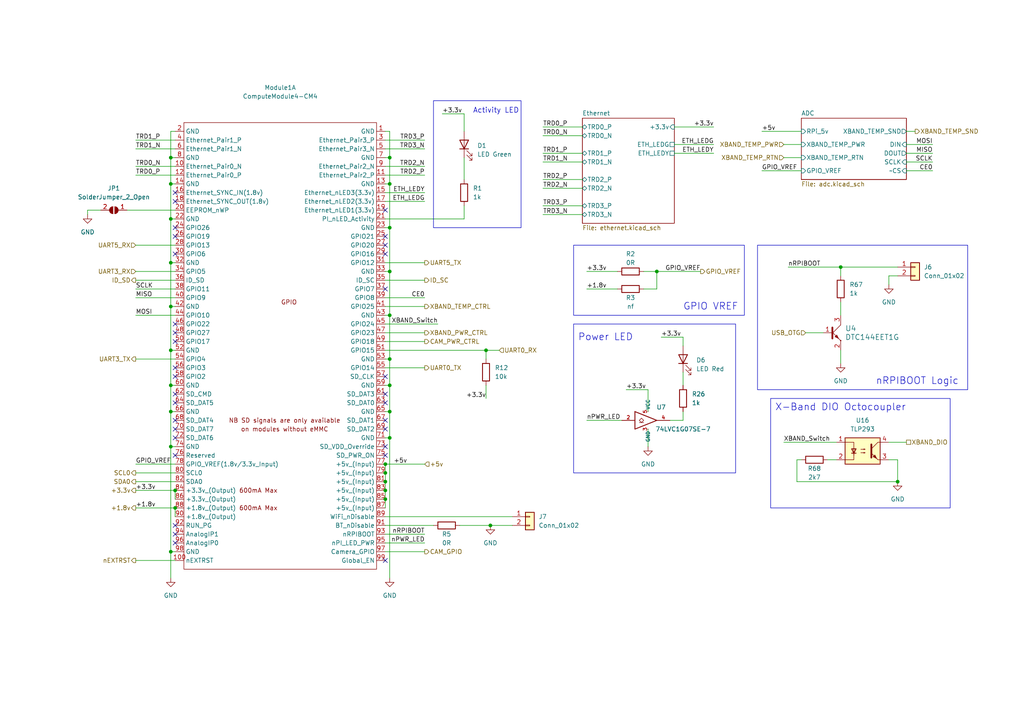
<source format=kicad_sch>
(kicad_sch (version 20230121) (generator eeschema)
  (paper "A4")
  (title_block (title "VERTECS CCB - CM4 GPIO Section") (date "2024-09-11") (rev "1.4") (company "Kyushu Institute of Technology") (comment 1 "See CM4 IO board datasheet for reference"))
  (lib_symbols
    (symbol "Connector_Generic:Conn_01x02" (pin_names (offset 1.016) hide)
      (property "Reference" "J" (at 0 2.54 0))
      (property "Value" "Conn_01x02" (at 0 -5.08 0))
      (symbol "Conn_01x02_1_1"
        (rectangle (start -1.27 -2.413) (end 0 -2.667) (stroke (width 0.1524)))
        (rectangle (start -1.27 0.127) (end 0 -0.127) (stroke (width 0.1524)))
        (rectangle (start -1.27 1.27) (end 1.27 -3.81) (stroke (width 0.254)) (fill (type background)))
        (pin passive line (at -5.08 0 0) (length 3.81) (name "Pin_1") (number "1"))
        (pin passive line (at -5.08 -2.54 0) (length 3.81) (name "Pin_2") (number "2"))
      )
    )
    (symbol "Device:LED" (pin_numbers hide) (pin_names (offset 1.016) hide)
      (property "Reference" "D" (at 0 2.54 0))
      (property "Value" "LED" (at 0 -2.54 0))
      (symbol "LED_0_1"
        (polyline (pts (xy -1.27 -1.27) (xy -1.27 1.27)) (stroke (width 0.254)))
        (polyline (pts (xy -1.27 0) (xy 1.27 0)))
        (polyline (pts (xy 1.27 -1.27) (xy 1.27 1.27) (xy -1.27 0) (xy 1.27 -1.27)) (stroke (width 0.254)))
        (polyline (pts (xy -3.048 -0.762) (xy -4.572 -2.286) (xy -3.81 -2.286) (xy -4.572 -2.286) (xy -4.572 -1.524)))
        (polyline (pts (xy -1.778 -0.762) (xy -3.302 -2.286) (xy -2.54 -2.286) (xy -3.302 -2.286) (xy -3.302 -1.524)))
      )
      (symbol "LED_1_1"
        (pin passive line (at -3.81 0 0) (length 2.54) (name "K") (number "1"))
        (pin passive line (at 3.81 0 180) (length 2.54) (name "A") (number "2"))
      )
    )
    (symbol "Device:R" (pin_numbers hide) (pin_names (offset 0))
      (property "Reference" "R" (at 2.032 0 90))
      (property "Value" "R" (at 0 0 90))
      (symbol "R_0_1"
        (rectangle (start -1.016 -2.54) (end 1.016 2.54) (stroke (width 0.254)))
      )
      (symbol "R_1_1"
        (pin passive line (at 0 3.81 270) (length 1.27) (name "~") (number "1"))
        (pin passive line (at 0 -3.81 90) (length 1.27) (name "~") (number "2"))
      )
    )
    (symbol "Jumper:SolderJumper_2_Open" (pin_names (offset 0) hide)
      (property "Reference" "JP" (at 0 2.032 0))
      (property "Value" "SolderJumper_2_Open" (at 0 -2.54 0))
      (symbol "SolderJumper_2_Open_0_1"
        (arc (start -0.254 1.016) (mid -1.2656 0) (end -0.254 -1.016))
        (arc (start -0.254 1.016) (mid -1.2656 0) (end -0.254 -1.016) (fill (type outline)))
        (polyline (pts (xy -0.254 1.016) (xy -0.254 -1.016)))
        (polyline (pts (xy 0.254 1.016) (xy 0.254 -1.016)))
        (arc (start 0.254 -1.016) (mid 1.2656 0) (end 0.254 1.016))
        (arc (start 0.254 -1.016) (mid 1.2656 0) (end 0.254 1.016) (fill (type outline)))
      )
      (symbol "SolderJumper_2_Open_1_1"
        (pin passive line (at -3.81 0 0) (length 2.54) (name "A") (number "1"))
        (pin passive line (at 3.81 0 180) (length 2.54) (name "B") (number "2"))
      )
    )
    (symbol "VERTECS_CCB_Library:74LVC1G07_copy"
      (property "Reference" "U" (at -2.54 3.81 0))
      (property "Value" "74LVC1G07_copy" (at 0 -3.81 0))
      (symbol "74LVC1G07_copy_0_1"
        (polyline (pts (xy -2.54 -0.635) (xy -1.27 -0.635)))
        (polyline (pts (xy -3.81 2.54) (xy -3.81 -2.54) (xy 2.54 0) (xy -3.81 2.54)) (stroke (width 0.254)))
        (polyline (pts (xy -1.905 0.635) (xy -2.54 0) (xy -1.905 -0.635) (xy -1.27 0) (xy -1.905 0.635)))
      )
      (symbol "74LVC1G07_copy_1_1"
        (pin input line (at -7.62 0 0) (length 3.81) (name "~") (number "2"))
        (pin power_in line (at 0 -2.54 270) (length 0) (name "GND") (number "3"))
        (pin open_collector line (at 6.35 0 180) (length 3.81) (name "~") (number "4"))
        (pin power_in line (at 0 2.54 90) (length 0) (name "VCC") (number "5"))
      )
    )
    (symbol "VERTECS_CCB_Library:ComputeModule4-CM4"
      (property "Reference" "Module" (at 113.03 -68.58 0))
      (property "Value" "ComputeModule4-CM4" (at 140.97 2.54 0))
      (property "Field4" "Hirose" (at 0 0 0))
      (property "Field5" "2x DF40C-100DS-0.4V" (at 0 -2.54 0))
      (symbol "ComputeModule4-CM4_1_0"
        (text "GPIO" (at 0 6.35 0) (effects (font (size 1.27 1.27))))
      )
      (symbol "ComputeModule4-CM4_1_1"
        (rectangle (start -30.48 -71.12) (end 25.4 58.42))
        (text "600mA Max" (at -8.89 -53.34 0) (effects (font (size 1.27 1.27))))
        (text "600mA Max" (at -8.89 -48.26 0) (effects (font (size 1.27 1.27))))
        (text "NB SD signals are only available" (at -1.27 -27.94 0) (effects (font (size 1.27 1.27))))
        (text "on modules without eMMC" (at -1.27 -30.48 0) (effects (font (size 1.27 1.27))))
        (pin power_in line (at 27.94 55.88 180) (length 2.54) (name "GND") (number "1"))
        (pin passive line (at -33.02 45.72 0) (length 2.54) (name "Ethernet_Pair0_N") (number "10"))
        (pin output line (at -33.02 -68.58 0) (length 2.54) (name "nEXTRST") (number "100"))
        (pin passive line (at 27.94 43.18 180) (length 2.54) (name "Ethernet_Pair2_P") (number "11"))
        (pin passive line (at -33.02 43.18 0) (length 2.54) (name "Ethernet_Pair0_P") (number "12"))
        (pin power_in line (at 27.94 40.64 180) (length 2.54) (name "GND") (number "13"))
        (pin power_in line (at -33.02 40.64 0) (length 2.54) (name "GND") (number "14"))
        (pin output line (at 27.94 38.1 180) (length 2.54) (name "Ethernet_nLED3(3.3v)") (number "15"))
        (pin input line (at -33.02 38.1 0) (length 2.54) (name "Ethernet_SYNC_IN(1.8v)") (number "16"))
        (pin output line (at 27.94 35.56 180) (length 2.54) (name "Ethernet_nLED2(3.3v)") (number "17"))
        (pin input line (at -33.02 35.56 0) (length 2.54) (name "Ethernet_SYNC_OUT(1.8v)") (number "18"))
        (pin output line (at 27.94 33.02 180) (length 2.54) (name "Ethernet_nLED1(3.3v)") (number "19"))
        (pin power_in line (at -33.02 55.88 0) (length 2.54) (name "GND") (number "2"))
        (pin passive line (at -33.02 33.02 0) (length 2.54) (name "EEPROM_nWP") (number "20"))
        (pin open_collector line (at 27.94 30.48 180) (length 2.54) (name "PI_nLED_Activity") (number "21"))
        (pin power_in line (at -33.02 30.48 0) (length 2.54) (name "GND") (number "22"))
        (pin power_in line (at 27.94 27.94 180) (length 2.54) (name "GND") (number "23"))
        (pin passive line (at -33.02 27.94 0) (length 2.54) (name "GPIO26") (number "24"))
        (pin passive line (at 27.94 25.4 180) (length 2.54) (name "GPIO21") (number "25"))
        (pin passive line (at -33.02 25.4 0) (length 2.54) (name "GPIO19") (number "26"))
        (pin passive line (at 27.94 22.86 180) (length 2.54) (name "GPIO20") (number "27"))
        (pin passive line (at -33.02 22.86 0) (length 2.54) (name "GPIO13") (number "28"))
        (pin passive line (at 27.94 20.32 180) (length 2.54) (name "GPIO16") (number "29"))
        (pin passive line (at 27.94 53.34 180) (length 2.54) (name "Ethernet_Pair3_P") (number "3"))
        (pin passive line (at -33.02 20.32 0) (length 2.54) (name "GPIO6") (number "30"))
        (pin passive line (at 27.94 17.78 180) (length 2.54) (name "GPIO12") (number "31"))
        (pin power_in line (at -33.02 17.78 0) (length 2.54) (name "GND") (number "32"))
        (pin power_in line (at 27.94 15.24 180) (length 2.54) (name "GND") (number "33"))
        (pin passive line (at -33.02 15.24 0) (length 2.54) (name "GPIO5") (number "34"))
        (pin passive line (at 27.94 12.7 180) (length 2.54) (name "ID_SC") (number "35"))
        (pin passive line (at -33.02 12.7 0) (length 2.54) (name "ID_SD") (number "36"))
        (pin passive line (at 27.94 10.16 180) (length 2.54) (name "GPIO7") (number "37"))
        (pin passive line (at -33.02 10.16 0) (length 2.54) (name "GPIO11") (number "38"))
        (pin passive line (at 27.94 7.62 180) (length 2.54) (name "GPIO8") (number "39"))
        (pin passive line (at -33.02 53.34 0) (length 2.54) (name "Ethernet_Pair1_P") (number "4"))
        (pin passive line (at -33.02 7.62 0) (length 2.54) (name "GPIO9") (number "40"))
        (pin passive line (at 27.94 5.08 180) (length 2.54) (name "GPIO25") (number "41"))
        (pin power_in line (at -33.02 5.08 0) (length 2.54) (name "GND") (number "42"))
        (pin power_in line (at 27.94 2.54 180) (length 2.54) (name "GND") (number "43"))
        (pin passive line (at -33.02 2.54 0) (length 2.54) (name "GPIO10") (number "44"))
        (pin passive line (at 27.94 0 180) (length 2.54) (name "GPIO24") (number "45"))
        (pin passive line (at -33.02 0 0) (length 2.54) (name "GPIO22") (number "46"))
        (pin passive line (at 27.94 -2.54 180) (length 2.54) (name "GPIO23") (number "47"))
        (pin passive line (at -33.02 -2.54 0) (length 2.54) (name "GPIO27") (number "48"))
        (pin passive line (at 27.94 -5.08 180) (length 2.54) (name "GPIO18") (number "49"))
        (pin passive line (at 27.94 50.8 180) (length 2.54) (name "Ethernet_Pair3_N") (number "5"))
        (pin passive line (at -33.02 -5.08 0) (length 2.54) (name "GPIO17") (number "50"))
        (pin passive line (at 27.94 -7.62 180) (length 2.54) (name "GPIO15") (number "51"))
        (pin power_in line (at -33.02 -7.62 0) (length 2.54) (name "GND") (number "52"))
        (pin power_in line (at 27.94 -10.16 180) (length 2.54) (name "GND") (number "53"))
        (pin passive line (at -33.02 -10.16 0) (length 2.54) (name "GPIO4") (number "54"))
        (pin passive line (at 27.94 -12.7 180) (length 2.54) (name "GPIO14") (number "55"))
        (pin passive line (at -33.02 -12.7 0) (length 2.54) (name "GPIO3") (number "56"))
        (pin passive line (at 27.94 -15.24 180) (length 2.54) (name "SD_CLK") (number "57"))
        (pin passive line (at -33.02 -15.24 0) (length 2.54) (name "GPIO2") (number "58"))
        (pin power_in line (at 27.94 -17.78 180) (length 2.54) (name "GND") (number "59"))
        (pin passive line (at -33.02 50.8 0) (length 2.54) (name "Ethernet_Pair1_N") (number "6"))
        (pin power_in line (at -33.02 -17.78 0) (length 2.54) (name "GND") (number "60"))
        (pin passive line (at 27.94 -20.32 180) (length 2.54) (name "SD_DAT3") (number "61"))
        (pin passive line (at -33.02 -20.32 0) (length 2.54) (name "SD_CMD") (number "62"))
        (pin passive line (at 27.94 -22.86 180) (length 2.54) (name "SD_DAT0") (number "63"))
        (pin passive line (at -33.02 -22.86 0) (length 2.54) (name "SD_DAT5") (number "64"))
        (pin power_in line (at 27.94 -25.4 180) (length 2.54) (name "GND") (number "65"))
        (pin power_in line (at -33.02 -25.4 0) (length 2.54) (name "GND") (number "66"))
        (pin passive line (at 27.94 -27.94 180) (length 2.54) (name "SD_DAT1") (number "67"))
        (pin passive line (at -33.02 -27.94 0) (length 2.54) (name "SD_DAT4") (number "68"))
        (pin passive line (at 27.94 -30.48 180) (length 2.54) (name "SD_DAT2") (number "69"))
        (pin power_in line (at 27.94 48.26 180) (length 2.54) (name "GND") (number "7"))
        (pin passive line (at -33.02 -30.48 0) (length 2.54) (name "SD_DAT7") (number "70"))
        (pin power_in line (at 27.94 -33.02 180) (length 2.54) (name "GND") (number "71"))
        (pin passive line (at -33.02 -33.02 0) (length 2.54) (name "SD_DAT6") (number "72"))
        (pin input line (at 27.94 -35.56 180) (length 2.54) (name "SD_VDD_Override") (number "73"))
        (pin power_in line (at -33.02 -35.56 0) (length 2.54) (name "GND") (number "74"))
        (pin output line (at 27.94 -38.1 180) (length 2.54) (name "SD_PWR_ON") (number "75"))
        (pin passive line (at -33.02 -38.1 0) (length 2.54) (name "Reserved") (number "76"))
        (pin power_in line (at 27.94 -40.64 180) (length 2.54) (name "+5v_(Input)") (number "77"))
        (pin power_in line (at -33.02 -40.64 0) (length 2.54) (name "GPIO_VREF(1.8v/3.3v_Input)") (number "78"))
        (pin power_in line (at 27.94 -43.18 180) (length 2.54) (name "+5v_(Input)") (number "79"))
        (pin power_in line (at -33.02 48.26 0) (length 2.54) (name "GND") (number "8"))
        (pin passive line (at -33.02 -43.18 0) (length 2.54) (name "SCL0") (number "80"))
        (pin power_in line (at 27.94 -45.72 180) (length 2.54) (name "+5v_(Input)") (number "81"))
        (pin passive line (at -33.02 -45.72 0) (length 2.54) (name "SDA0") (number "82"))
        (pin power_in line (at 27.94 -48.26 180) (length 2.54) (name "+5v_(Input)") (number "83"))
        (pin power_out line (at -33.02 -48.26 0) (length 2.54) (name "+3.3v_(Output)") (number "84"))
        (pin power_in line (at 27.94 -50.8 180) (length 2.54) (name "+5v_(Input)") (number "85"))
        (pin power_out line (at -33.02 -50.8 0) (length 2.54) (name "+3.3v_(Output)") (number "86"))
        (pin power_in line (at 27.94 -53.34 180) (length 2.54) (name "+5v_(Input)") (number "87"))
        (pin power_out line (at -33.02 -53.34 0) (length 2.54) (name "+1.8v_(Output)") (number "88"))
        (pin power_in line (at 27.94 -55.88 180) (length 2.54) (name "WiFi_nDisable") (number "89"))
        (pin passive line (at 27.94 45.72 180) (length 2.54) (name "Ethernet_Pair2_N") (number "9"))
        (pin power_out line (at -33.02 -55.88 0) (length 2.54) (name "+1.8v_(Output)") (number "90"))
        (pin power_in line (at 27.94 -58.42 180) (length 2.54) (name "BT_nDisable") (number "91"))
        (pin passive line (at -33.02 -58.42 0) (length 2.54) (name "RUN_PG") (number "92"))
        (pin input line (at 27.94 -60.96 180) (length 2.54) (name "nRPIBOOT") (number "93"))
        (pin passive line (at -33.02 -60.96 0) (length 2.54) (name "AnalogIP1") (number "94"))
        (pin output line (at 27.94 -63.5 180) (length 2.54) (name "nPI_LED_PWR") (number "95"))
        (pin passive line (at -33.02 -63.5 0) (length 2.54) (name "AnalogIP0") (number "96"))
        (pin passive line (at 27.94 -66.04 180) (length 2.54) (name "Camera_GPIO") (number "97"))
        (pin power_in line (at -33.02 -66.04 0) (length 2.54) (name "GND") (number "98"))
        (pin input line (at 27.94 -68.58 180) (length 2.54) (name "Global_EN") (number "99"))
      )
      (symbol "ComputeModule4-CM4_2_1"
        (rectangle (start 114.3 -66.04) (end 165.1 63.5))
        (text "High Speed Serial" (at 140.97 0 0) (effects (font (size 1.27 1.27))))
        (pin input line (at 170.18 60.96 180) (length 5.08) (name "USB_OTG_ID") (number "101"))
        (pin input line (at 109.22 60.96 0) (length 5.08) (name "PCIe_CLK_nREQ") (number "102"))
        (pin passive line (at 170.18 58.42 180) (length 5.08) (name "USB2_N") (number "103"))
        (pin passive line (at 109.22 58.42 0) (length 5.08) (name "Reserved") (number "104"))
        (pin passive line (at 170.18 55.88 180) (length 5.08) (name "USB2_P") (number "105"))
        (pin passive line (at 109.22 55.88 0) (length 5.08) (name "Reserved") (number "106"))
        (pin power_in line (at 170.18 53.34 180) (length 5.08) (name "GND") (number "107"))
        (pin power_in line (at 109.22 53.34 0) (length 5.08) (name "GND") (number "108"))
        (pin bidirectional line (at 170.18 50.8 180) (length 5.08) (name "PCIe_nRST") (number "109"))
        (pin output line (at 109.22 50.8 0) (length 5.08) (name "PCIe_CLK_P") (number "110"))
        (pin passive line (at 170.18 48.26 180) (length 5.08) (name "VDAC_COMP") (number "111"))
        (pin output line (at 109.22 48.26 0) (length 5.08) (name "PCIe_CLK_N") (number "112"))
        (pin power_in line (at 170.18 45.72 180) (length 5.08) (name "GND") (number "113"))
        (pin power_in line (at 109.22 45.72 0) (length 5.08) (name "GND") (number "114"))
        (pin input line (at 170.18 43.18 180) (length 5.08) (name "CAM1_D0_N") (number "115"))
        (pin input line (at 109.22 43.18 0) (length 5.08) (name "PCIe_RX_P") (number "116"))
        (pin input line (at 170.18 40.64 180) (length 5.08) (name "CAM1_D0_P") (number "117"))
        (pin input line (at 109.22 40.64 0) (length 5.08) (name "PCIe_RX_N") (number "118"))
        (pin power_in line (at 170.18 38.1 180) (length 5.08) (name "GND") (number "119"))
        (pin power_in line (at 109.22 38.1 0) (length 5.08) (name "GND") (number "120"))
        (pin input line (at 170.18 35.56 180) (length 5.08) (name "CAM1_D1_N") (number "121"))
        (pin output line (at 109.22 35.56 0) (length 5.08) (name "PCIe_TX_P") (number "122"))
        (pin input line (at 170.18 33.02 180) (length 5.08) (name "CAM1_D1_P") (number "123"))
        (pin output line (at 109.22 33.02 0) (length 5.08) (name "PCIe_TX_N") (number "124"))
        (pin power_in line (at 170.18 30.48 180) (length 5.08) (name "GND") (number "125"))
        (pin power_in line (at 109.22 30.48 0) (length 5.08) (name "GND") (number "126"))
        (pin input line (at 170.18 27.94 180) (length 5.08) (name "CAM1_C_N") (number "127"))
        (pin input line (at 109.22 27.94 0) (length 5.08) (name "CAM0_D0_N") (number "128"))
        (pin input line (at 170.18 25.4 180) (length 5.08) (name "CAM1_C_P") (number "129"))
        (pin input line (at 109.22 25.4 0) (length 5.08) (name "CAM0_D0_P") (number "130"))
        (pin power_in line (at 170.18 22.86 180) (length 5.08) (name "GND") (number "131"))
        (pin power_in line (at 109.22 22.86 0) (length 5.08) (name "GND") (number "132"))
        (pin input line (at 170.18 20.32 180) (length 5.08) (name "CAM1_D2_N") (number "133"))
        (pin input line (at 109.22 20.32 0) (length 5.08) (name "CAM0_D1_N") (number "134"))
        (pin input line (at 170.18 17.78 180) (length 5.08) (name "CAM1_D2_P") (number "135"))
        (pin input line (at 109.22 17.78 0) (length 5.08) (name "CAM0_D1_P") (number "136"))
        (pin power_in line (at 170.18 15.24 180) (length 5.08) (name "GND") (number "137"))
        (pin power_in line (at 109.22 15.24 0) (length 5.08) (name "GND") (number "138"))
        (pin input line (at 170.18 12.7 180) (length 5.08) (name "CAM1_D3_N") (number "139"))
        (pin input line (at 109.22 12.7 0) (length 5.08) (name "CAM0_C_N") (number "140"))
        (pin input line (at 170.18 10.16 180) (length 5.08) (name "CAM1_D3_P") (number "141"))
        (pin input line (at 109.22 10.16 0) (length 5.08) (name "CAM0_C_P") (number "142"))
        (pin input line (at 170.18 7.62 180) (length 5.08) (name "HDMI1_HOTPLUG") (number "143"))
        (pin power_in line (at 109.22 7.62 0) (length 5.08) (name "GND") (number "144"))
        (pin bidirectional line (at 170.18 5.08 180) (length 5.08) (name "HDMI1_SDA") (number "145"))
        (pin output line (at 109.22 5.08 0) (length 5.08) (name "HDMI1_TX2_P") (number "146"))
        (pin open_collector line (at 170.18 2.54 180) (length 5.08) (name "HDMI1_SCL") (number "147"))
        (pin output line (at 109.22 2.54 0) (length 5.08) (name "HDMI1_TX2_N") (number "148"))
        (pin open_collector line (at 170.18 0 180) (length 5.08) (name "HDMI1_CEC") (number "149"))
        (pin power_in line (at 109.22 0 0) (length 5.08) (name "GND") (number "150"))
        (pin open_collector line (at 170.18 -2.54 180) (length 5.08) (name "HDMI0_CEC") (number "151"))
        (pin output line (at 109.22 -2.54 0) (length 5.08) (name "HDMI1_TX1_P") (number "152"))
        (pin input line (at 170.18 -5.08 180) (length 5.08) (name "HDMI0_HOTPLUG") (number "153"))
        (pin output line (at 109.22 -5.08 0) (length 5.08) (name "HDMI1_TX1_N") (number "154"))
        (pin power_in line (at 170.18 -7.62 180) (length 5.08) (name "GND") (number "155"))
        (pin power_in line (at 109.22 -7.62 0) (length 5.08) (name "GND") (number "156"))
        (pin output line (at 170.18 -10.16 180) (length 5.08) (name "DSI0_D0_N") (number "157"))
        (pin output line (at 109.22 -10.16 0) (length 5.08) (name "HDMI1_TX0_P") (number "158"))
        (pin output line (at 170.18 -12.7 180) (length 5.08) (name "DSI0_D0_P") (number "159"))
        (pin output line (at 109.22 -12.7 0) (length 5.08) (name "HDMI1_TX0_N") (number "160"))
        (pin power_in line (at 170.18 -15.24 180) (length 5.08) (name "GND") (number "161"))
        (pin power_in line (at 109.22 -15.24 0) (length 5.08) (name "GND") (number "162"))
        (pin output line (at 170.18 -17.78 180) (length 5.08) (name "DSI0_D1_N") (number "163"))
        (pin output line (at 109.22 -17.78 0) (length 5.08) (name "HDMI1_CLK_P") (number "164"))
        (pin output line (at 170.18 -20.32 180) (length 5.08) (name "DSI0_D1_P") (number "165"))
        (pin output line (at 109.22 -20.32 0) (length 5.08) (name "HDMI1_CLK_N") (number "166"))
        (pin power_in line (at 170.18 -22.86 180) (length 5.08) (name "GND") (number "167"))
        (pin power_in line (at 109.22 -22.86 0) (length 5.08) (name "GND") (number "168"))
        (pin output line (at 170.18 -25.4 180) (length 5.08) (name "DSI0_C_N") (number "169"))
        (pin output line (at 109.22 -25.4 0) (length 5.08) (name "HDMI0_TX2_P") (number "170"))
        (pin output line (at 170.18 -27.94 180) (length 5.08) (name "DSI0_C_P") (number "171"))
        (pin output line (at 109.22 -27.94 0) (length 5.08) (name "HDMI0_TX2_N") (number "172"))
        (pin power_in line (at 170.18 -30.48 180) (length 5.08) (name "GND") (number "173"))
        (pin power_in line (at 109.22 -30.48 0) (length 5.08) (name "GND") (number "174"))
        (pin output line (at 170.18 -33.02 180) (length 5.08) (name "DSI1_D0_N") (number "175"))
        (pin output line (at 109.22 -33.02 0) (length 5.08) (name "HDMI0_TX1_P") (number "176"))
        (pin output line (at 170.18 -35.56 180) (length 5.08) (name "DSI1_D0_P") (number "177"))
        (pin output line (at 109.22 -35.56 0) (length 5.08) (name "HDMI0_TX1_N") (number "178"))
        (pin power_in line (at 170.18 -38.1 180) (length 5.08) (name "GND") (number "179"))
        (pin power_in line (at 109.22 -38.1 0) (length 5.08) (name "GND") (number "180"))
        (pin output line (at 170.18 -40.64 180) (length 5.08) (name "DSI1_D1_N") (number "181"))
        (pin output line (at 109.22 -40.64 0) (length 5.08) (name "HDMI0_TX0_P") (number "182"))
        (pin output line (at 170.18 -43.18 180) (length 5.08) (name "DSI1_D1_P") (number "183"))
        (pin output line (at 109.22 -43.18 0) (length 5.08) (name "HDMI0_TX0_N") (number "184"))
        (pin power_in line (at 170.18 -45.72 180) (length 5.08) (name "GND") (number "185"))
        (pin power_in line (at 109.22 -45.72 0) (length 5.08) (name "GND") (number "186"))
        (pin output line (at 170.18 -48.26 180) (length 5.08) (name "DSI1_C_N") (number "187"))
        (pin output line (at 109.22 -48.26 0) (length 5.08) (name "HDMI0_CLK_P") (number "188"))
        (pin output line (at 170.18 -50.8 180) (length 5.08) (name "DSI1_C_P") (number "189"))
        (pin output line (at 109.22 -50.8 0) (length 5.08) (name "HDMI0_CLK_N") (number "190"))
        (pin power_in line (at 170.18 -53.34 180) (length 5.08) (name "GND") (number "191"))
        (pin power_in line (at 109.22 -53.34 0) (length 5.08) (name "GND") (number "192"))
        (pin output line (at 170.18 -55.88 180) (length 5.08) (name "DSI1_D2_N") (number "193"))
        (pin output line (at 109.22 -55.88 0) (length 5.08) (name "DSI1_D3_N") (number "194"))
        (pin output line (at 170.18 -58.42 180) (length 5.08) (name "DSI1_D2_P") (number "195"))
        (pin output line (at 109.22 -58.42 0) (length 5.08) (name "DSI1_D3_P") (number "196"))
        (pin power_in line (at 170.18 -60.96 180) (length 5.08) (name "GND") (number "197"))
        (pin power_in line (at 109.22 -60.96 0) (length 5.08) (name "GND") (number "198"))
        (pin bidirectional line (at 170.18 -63.5 180) (length 5.08) (name "HDMI0_SDA") (number "199"))
        (pin open_collector line (at 109.22 -63.5 0) (length 5.08) (name "HDMI0_SCL") (number "200"))
      )
    )
    (symbol "VERTECS_CCB_Library:DTC144EET1G" (pin_names (offset 0.254))
      (property "Reference" "U" (at 25.4 10.16 0))
      (property "Value" "DTC144EET1G" (at 25.4 7.62 0))
      (symbol "DTC144EET1G_0_1"
        (polyline (pts (xy 2.54 -0.254) (xy 5.08 2.286)))
        (polyline (pts (xy 2.667 1.524) (xy 2.667 -1.651)) (stroke (width 0.508)) (fill (type outline)))
        (polyline (pts (xy 5.08 2.286) (xy 5.08 2.54)))
        (polyline (pts (xy 5.08 -2.286) (xy 2.54 0.254) (xy 2.54 0.254)))
        (polyline (pts (xy 3.429 -1.143) (xy 3.937 -0.635) (xy 4.445 -1.651) (xy 3.429 -1.143)) (fill (type outline)))
        (circle (center 5.08 -2.286) (radius 0.127))
      )
      (symbol "DTC144EET1G_1_1"
        (pin input line (at 0 0 0) (length 2.54) (name "") (number "1"))
        (pin passive line (at 5.08 -5.08 90) (length 2.54) (name "") (number "2"))
        (pin passive line (at 5.08 5.08 270) (length 2.54) (name "") (number "3"))
      )
    )
    (symbol "VERTECS_CCB_Library:TLP293"
      (property "Reference" "U" (at -5.08 5.08 0))
      (property "Value" "TLP293" (at 0 5.08 0))
      (symbol "TLP293_0_1"
        (rectangle (start -5.08 3.81) (end 5.08 -3.81) (stroke (width 0.254)) (fill (type background)))
        (polyline (pts (xy -3.175 -0.635) (xy -1.905 -0.635)) (stroke (width 0.254)))
        (polyline (pts (xy 2.54 0.635) (xy 4.445 2.54)))
        (polyline (pts (xy 4.445 -2.54) (xy 2.54 -0.635)) (fill (type outline)))
        (polyline (pts (xy 4.445 -2.54) (xy 5.08 -2.54)))
        (polyline (pts (xy 4.445 2.54) (xy 5.08 2.54)))
        (polyline (pts (xy -2.54 -0.635) (xy -2.54 -2.54) (xy -5.08 -2.54)))
        (polyline (pts (xy 2.54 1.905) (xy 2.54 -1.905) (xy 2.54 -1.905)) (stroke (width 0.508)))
        (polyline (pts (xy -5.08 2.54) (xy -2.54 2.54) (xy -2.54 -1.27) (xy -2.54 0.635)))
        (polyline (pts (xy -2.54 -0.635) (xy -3.175 0.635) (xy -1.905 0.635) (xy -2.54 -0.635)) (stroke (width 0.254)))
        (polyline (pts (xy -0.508 -0.508) (xy 0.762 -0.508) (xy 0.381 -0.635) (xy 0.381 -0.381) (xy 0.762 -0.508)))
        (polyline (pts (xy -0.508 0.508) (xy 0.762 0.508) (xy 0.381 0.381) (xy 0.381 0.635) (xy 0.762 0.508)))
        (polyline (pts (xy 3.048 -1.651) (xy 3.556 -1.143) (xy 4.064 -2.159) (xy 3.048 -1.651) (xy 3.048 -1.651)) (fill (type outline)))
      )
      (symbol "TLP293_1_1"
        (pin passive line (at -7.62 2.54 0) (length 2.54) (name "~") (number "1"))
        (pin passive line (at -7.62 -2.54 0) (length 2.54) (name "~") (number "2"))
        (pin passive line (at 7.62 -2.54 180) (length 2.54) (name "~") (number "3"))
        (pin passive line (at 7.62 2.54 180) (length 2.54) (name "~") (number "4"))
      )
    )
    (symbol "power:GND" (power) (pin_names (offset 0))
      (property "Value" "GND" (at 0 -3.81 0))
      (symbol "GND_0_1"
        (polyline (pts (xy 0 0) (xy 0 -1.27) (xy 1.27 -1.27) (xy 0 -2.54) (xy -1.27 -1.27) (xy 0 -1.27)))
      )
      (symbol "GND_1_1"
        (pin power_in line (at 0 0 270) (length 0) hide (name "GND") (number "1"))
      )
    )
  )
  (junction (at 113.03 104.14))
  (junction (at 243.84 77.47))
  (junction (at 49.53 119.38))
  (junction (at 111.76 139.7))
  (junction (at 113.03 45.72))
  (junction (at 113.03 66.04))
  (junction (at 49.53 45.72))
  (junction (at 49.53 53.34))
  (junction (at 49.53 129.54))
  (junction (at 49.53 88.9))
  (junction (at 113.03 78.74))
  (junction (at 49.53 76.2))
  (junction (at 111.76 144.78))
  (junction (at 49.53 101.6))
  (junction (at 113.03 119.38))
  (junction (at 260.35 139.7))
  (junction (at 111.76 137.16))
  (junction (at 50.8 147.32))
  (junction (at 113.03 127))
  (junction (at 49.53 111.76))
  (junction (at 190.5 78.74))
  (junction (at 49.53 63.5))
  (junction (at 113.03 111.76))
  (junction (at 111.76 134.62))
  (junction (at 113.03 53.34))
  (junction (at 142.24 152.4))
  (junction (at 140.97 101.6))
  (junction (at 111.76 142.24))
  (junction (at 50.8 142.24))
  (junction (at 113.03 91.44))
  (junction (at 49.53 160.02))
  (no_connect (at 111.76 162.56))
  (no_connect (at 111.76 60.96))
  (no_connect (at 50.8 96.52))
  (no_connect (at 111.76 71.12))
  (no_connect (at 111.76 124.46))
  (no_connect (at 111.76 121.92))
  (no_connect (at 111.76 132.08))
  (no_connect (at 50.8 132.08))
  (no_connect (at 50.8 55.88))
  (no_connect (at 50.8 116.84))
  (no_connect (at 50.8 114.3))
  (no_connect (at 50.8 121.92))
  (no_connect (at 50.8 157.48))
  (no_connect (at 111.76 129.54))
  (no_connect (at 50.8 58.42))
  (no_connect (at 111.76 73.66))
  (no_connect (at 50.8 66.04))
  (no_connect (at 50.8 124.46))
  (no_connect (at 111.76 68.58))
  (no_connect (at 111.76 116.84))
  (no_connect (at 50.8 109.22))
  (no_connect (at 50.8 99.06))
  (no_connect (at 50.8 152.4))
  (no_connect (at 50.8 154.94))
  (no_connect (at 50.8 93.98))
  (no_connect (at 50.8 106.68))
  (no_connect (at 50.8 73.66))
  (no_connect (at 50.8 68.58))
  (no_connect (at 111.76 114.3))
  (no_connect (at 111.76 109.22))
  (no_connect (at 50.8 127))
  (no_connect (at 111.76 83.82))
  (wire (pts (xy 243.84 87.63) (xy 243.84 91.44)))
  (wire (pts (xy 220.98 49.53) (xy 232.41 49.53)))
  (wire (pts (xy 191.77 97.79) (xy 198.12 97.79)))
  (wire (pts (xy 39.37 147.32) (xy 50.8 147.32)))
  (wire (pts (xy 262.89 41.91) (xy 270.51 41.91)))
  (wire (pts (xy 260.35 139.7) (xy 260.35 133.35)))
  (wire (pts (xy 111.76 144.78) (xy 111.76 147.32)))
  (wire (pts (xy 157.48 52.07) (xy 168.91 52.07)))
  (wire (pts (xy 111.76 101.6) (xy 140.97 101.6)))
  (wire (pts (xy 111.76 152.4) (xy 125.73 152.4)))
  (wire (pts (xy 195.58 44.45) (xy 207.01 44.45)))
  (wire (pts (xy 181.61 113.03) (xy 187.96 113.03)))
  (wire (pts (xy 187.96 113.03) (xy 187.96 119.38)))
  (wire (pts (xy 29.21 60.96) (xy 25.4 60.96)))
  (wire (pts (xy 39.37 48.26) (xy 50.8 48.26)))
  (wire (pts (xy 49.53 129.54) (xy 50.8 129.54)))
  (wire (pts (xy 186.69 78.74) (xy 190.5 78.74)))
  (wire (pts (xy 113.03 45.72) (xy 113.03 53.34)))
  (wire (pts (xy 111.76 134.62) (xy 123.19 134.62)))
  (wire (pts (xy 133.35 152.4) (xy 142.24 152.4)))
  (wire (pts (xy 50.8 76.2) (xy 49.53 76.2)))
  (wire (pts (xy 111.76 160.02) (xy 123.19 160.02)))
  (wire (pts (xy 140.97 101.6) (xy 140.97 104.14)))
  (wire (pts (xy 39.37 142.24) (xy 50.8 142.24)))
  (wire (pts (xy 111.76 137.16) (xy 111.76 139.7)))
  (wire (pts (xy 194.31 121.92) (xy 198.12 121.92)))
  (wire (pts (xy 49.53 111.76) (xy 50.8 111.76)))
  (wire (pts (xy 170.18 121.92) (xy 180.34 121.92)))
  (wire (pts (xy 186.69 83.82) (xy 190.5 83.82)))
  (wire (pts (xy 49.53 88.9) (xy 49.53 101.6)))
  (wire (pts (xy 228.6 77.47) (xy 243.84 77.47)))
  (wire (pts (xy 49.53 129.54) (xy 49.53 160.02)))
  (wire (pts (xy 227.33 45.72) (xy 232.41 45.72)))
  (wire (pts (xy 111.76 48.26) (xy 123.19 48.26)))
  (wire (pts (xy 49.53 101.6) (xy 49.53 111.76)))
  (wire (pts (xy 111.76 142.24) (xy 111.76 144.78)))
  (wire (pts (xy 111.76 154.94) (xy 123.19 154.94)))
  (wire (pts (xy 111.76 40.64) (xy 123.19 40.64)))
  (wire (pts (xy 39.37 81.28) (xy 50.8 81.28)))
  (wire (pts (xy 39.37 83.82) (xy 50.8 83.82)))
  (wire (pts (xy 198.12 100.33) (xy 198.12 97.79)))
  (wire (pts (xy 111.76 53.34) (xy 113.03 53.34)))
  (wire (pts (xy 157.48 44.45) (xy 168.91 44.45)))
  (wire (pts (xy 195.58 36.83) (xy 207.01 36.83)))
  (wire (pts (xy 111.76 45.72) (xy 113.03 45.72)))
  (wire (pts (xy 111.76 78.74) (xy 113.03 78.74)))
  (wire (pts (xy 134.62 38.1) (xy 134.62 33.02)))
  (wire (pts (xy 49.53 45.72) (xy 49.53 53.34)))
  (wire (pts (xy 262.89 46.99) (xy 270.51 46.99)))
  (wire (pts (xy 49.53 38.1) (xy 49.53 45.72)))
  (wire (pts (xy 49.53 63.5) (xy 49.53 76.2)))
  (wire (pts (xy 157.48 62.23) (xy 168.91 62.23)))
  (wire (pts (xy 111.76 86.36) (xy 123.19 86.36)))
  (wire (pts (xy 198.12 121.92) (xy 198.12 119.38)))
  (wire (pts (xy 39.37 104.14) (xy 50.8 104.14)))
  (wire (pts (xy 243.84 101.6) (xy 243.84 105.41)))
  (wire (pts (xy 39.37 78.74) (xy 50.8 78.74)))
  (wire (pts (xy 111.76 104.14) (xy 113.03 104.14)))
  (wire (pts (xy 243.84 77.47) (xy 243.84 80.01)))
  (wire (pts (xy 198.12 111.76) (xy 198.12 107.95)))
  (wire (pts (xy 39.37 43.18) (xy 50.8 43.18)))
  (wire (pts (xy 127 93.98) (xy 111.76 93.98)))
  (wire (pts (xy 39.37 86.36) (xy 50.8 86.36)))
  (wire (pts (xy 50.8 38.1) (xy 49.53 38.1)))
  (wire (pts (xy 111.76 66.04) (xy 113.03 66.04)))
  (wire (pts (xy 111.76 43.18) (xy 123.19 43.18)))
  (wire (pts (xy 49.53 76.2) (xy 49.53 88.9)))
  (wire (pts (xy 260.35 80.01) (xy 257.81 80.01)))
  (wire (pts (xy 123.19 99.06) (xy 111.76 99.06)))
  (wire (pts (xy 190.5 78.74) (xy 203.2 78.74)))
  (wire (pts (xy 49.53 88.9) (xy 50.8 88.9)))
  (wire (pts (xy 113.03 111.76) (xy 113.03 119.38)))
  (wire (pts (xy 49.53 111.76) (xy 49.53 119.38)))
  (wire (pts (xy 134.62 45.72) (xy 134.62 52.07)))
  (wire (pts (xy 111.76 81.28) (xy 123.19 81.28)))
  (wire (pts (xy 49.53 160.02) (xy 50.8 160.02)))
  (wire (pts (xy 39.37 139.7) (xy 50.8 139.7)))
  (wire (pts (xy 187.96 124.46) (xy 187.96 129.54)))
  (wire (pts (xy 49.53 53.34) (xy 50.8 53.34)))
  (wire (pts (xy 111.76 38.1) (xy 113.03 38.1)))
  (wire (pts (xy 157.48 46.99) (xy 168.91 46.99)))
  (wire (pts (xy 243.84 77.47) (xy 260.35 77.47)))
  (wire (pts (xy 49.53 160.02) (xy 49.53 167.64)))
  (wire (pts (xy 157.48 36.83) (xy 168.91 36.83)))
  (wire (pts (xy 257.81 80.01) (xy 257.81 82.55)))
  (wire (pts (xy 49.53 119.38) (xy 50.8 119.38)))
  (wire (pts (xy 50.8 142.24) (xy 50.8 144.78)))
  (wire (pts (xy 170.18 83.82) (xy 179.07 83.82)))
  (wire (pts (xy 134.62 63.5) (xy 111.76 63.5)))
  (wire (pts (xy 39.37 71.12) (xy 50.8 71.12)))
  (wire (pts (xy 25.4 60.96) (xy 25.4 62.23)))
  (wire (pts (xy 227.33 128.27) (xy 242.57 128.27)))
  (wire (pts (xy 111.76 50.8) (xy 123.19 50.8)))
  (wire (pts (xy 157.48 39.37) (xy 168.91 39.37)))
  (wire (pts (xy 111.76 157.48) (xy 123.19 157.48)))
  (wire (pts (xy 111.76 139.7) (xy 111.76 142.24)))
  (wire (pts (xy 257.81 128.27) (xy 262.89 128.27)))
  (wire (pts (xy 220.98 38.1) (xy 232.41 38.1)))
  (wire (pts (xy 111.76 106.68) (xy 123.19 106.68)))
  (wire (pts (xy 39.37 91.44) (xy 50.8 91.44)))
  (wire (pts (xy 113.03 78.74) (xy 113.03 91.44)))
  (wire (pts (xy 260.35 133.35) (xy 257.81 133.35)))
  (wire (pts (xy 113.03 53.34) (xy 113.03 66.04)))
  (wire (pts (xy 49.53 119.38) (xy 49.53 129.54)))
  (wire (pts (xy 140.97 101.6) (xy 144.78 101.6)))
  (wire (pts (xy 157.48 59.69) (xy 168.91 59.69)))
  (wire (pts (xy 231.14 133.35) (xy 231.14 139.7)))
  (wire (pts (xy 262.89 38.1) (xy 265.43 38.1)))
  (wire (pts (xy 262.89 44.45) (xy 270.51 44.45)))
  (wire (pts (xy 39.37 137.16) (xy 50.8 137.16)))
  (wire (pts (xy 113.03 104.14) (xy 113.03 111.76)))
  (wire (pts (xy 111.76 149.86) (xy 148.59 149.86)))
  (wire (pts (xy 195.58 41.91) (xy 207.01 41.91)))
  (wire (pts (xy 157.48 54.61) (xy 168.91 54.61)))
  (wire (pts (xy 123.19 96.52) (xy 111.76 96.52)))
  (wire (pts (xy 111.76 58.42) (xy 123.19 58.42)))
  (wire (pts (xy 240.03 133.35) (xy 242.57 133.35)))
  (wire (pts (xy 233.68 96.52) (xy 238.76 96.52)))
  (wire (pts (xy 262.89 49.53) (xy 270.51 49.53)))
  (wire (pts (xy 134.62 59.69) (xy 134.62 63.5)))
  (wire (pts (xy 111.76 111.76) (xy 113.03 111.76)))
  (wire (pts (xy 128.27 33.02) (xy 134.62 33.02)))
  (wire (pts (xy 39.37 40.64) (xy 50.8 40.64)))
  (wire (pts (xy 39.37 134.62) (xy 50.8 134.62)))
  (wire (pts (xy 111.76 55.88) (xy 123.19 55.88)))
  (wire (pts (xy 123.19 76.2) (xy 111.76 76.2)))
  (wire (pts (xy 111.76 134.62) (xy 111.76 137.16)))
  (wire (pts (xy 49.53 63.5) (xy 50.8 63.5)))
  (wire (pts (xy 123.19 88.9) (xy 111.76 88.9)))
  (wire (pts (xy 140.97 111.76) (xy 140.97 115.57)))
  (wire (pts (xy 113.03 91.44) (xy 113.03 104.14)))
  (wire (pts (xy 49.53 53.34) (xy 49.53 63.5)))
  (wire (pts (xy 113.03 66.04) (xy 113.03 78.74)))
  (wire (pts (xy 142.24 152.4) (xy 148.59 152.4)))
  (wire (pts (xy 190.5 83.82) (xy 190.5 78.74)))
  (wire (pts (xy 111.76 119.38) (xy 113.03 119.38)))
  (wire (pts (xy 231.14 139.7) (xy 260.35 139.7)))
  (wire (pts (xy 39.37 162.56) (xy 50.8 162.56)))
  (wire (pts (xy 36.83 60.96) (xy 50.8 60.96)))
  (wire (pts (xy 232.41 133.35) (xy 231.14 133.35)))
  (wire (pts (xy 111.76 91.44) (xy 113.03 91.44)))
  (wire (pts (xy 113.03 127) (xy 113.03 167.64)))
  (wire (pts (xy 113.03 119.38) (xy 113.03 127)))
  (wire (pts (xy 39.37 50.8) (xy 50.8 50.8)))
  (wire (pts (xy 49.53 45.72) (xy 50.8 45.72)))
  (wire (pts (xy 227.33 41.91) (xy 232.41 41.91)))
  (wire (pts (xy 49.53 101.6) (xy 50.8 101.6)))
  (wire (pts (xy 111.76 127) (xy 113.03 127)))
  (wire (pts (xy 113.03 38.1) (xy 113.03 45.72)))
  (wire (pts (xy 50.8 147.32) (xy 50.8 149.86)))
  (wire (pts (xy 170.18 78.74) (xy 179.07 78.74)))
  (rectangle (start 219.71 71.12) (end 280.67 113.03))
  (rectangle (start 166.37 71.12) (end 215.9 91.44))
  (rectangle (start 166.37 93.98) (end 213.36 137.16))
  (rectangle (start 223.52 115.57) (end 275.59 147.32))
  (rectangle (start 125.73 29.21) (end 151.13 66.04))
  (text "Activity LED" (at 137.16 33.02 0) (effects (font (size 1.5 1.5)) (justify left bottom)))
  (text "X-Band DIO Octocoupler" (at 224.79 119.38 0) (effects (font (size 2 2)) (justify left bottom)))
  (text "Power LED" (at 167.64 99.06 0) (effects (font (size 2 2)) (justify left bottom)))
  (text "GPIO VREF" (at 198.12 90.17 0) (effects (font (size 2 2)) (justify left bottom)))
  (text "nRPIBOOT Logic" (at 254 111.76 0) (effects (font (size 2 2)) (justify left bottom)))
  (label "SCLK" (at 39.37 83.82 0))
  (label "+3.3v" (at 181.61 113.03 0))
  (label "TRD1_P" (at 39.37 40.64 0))
  (label "ETH_LEDG" (at 207.01 41.91 180))
  (label "+3.3v" (at 128.27 33.02 0))
  (label "TRD2_P" (at 157.48 52.07 0))
  (label "nRPIBOOT" (at 123.19 154.94 180))
  (label "+5v" (at 118.11 134.62 180))
  (label "+1.8v" (at 39.37 147.32 0))
  (label "MISO" (at 39.37 86.36 0))
  (label "TRD2_N" (at 123.19 48.26 180))
  (label "+3.3v" (at 170.18 78.74 0))
  (label "nRPIBOOT" (at 228.6 77.47 0))
  (label "TRD1_N" (at 39.37 43.18 0))
  (label "CE0" (at 123.19 86.36 180))
  (label "ETH_LEDY" (at 207.01 44.45 180))
  (label "+3.3v" (at 39.37 142.24 0))
  (label "MOSI" (at 39.37 91.44 0))
  (label "TRD3_P" (at 157.48 59.69 0))
  (label "TRD0_N" (at 157.48 39.37 0))
  (label "+5v" (at 220.98 38.1 0))
  (label "+1.8v" (at 170.18 83.82 0))
  (label "nPWR_LED" (at 123.19 157.48 180))
  (label "+3.3v" (at 140.97 115.57 180))
  (label "+3.3v" (at 207.01 36.83 180))
  (label "GPIO_VREF" (at 203.2 78.74 180))
  (label "ETH_LEDG" (at 123.19 58.42 180))
  (label "+3.3v" (at 191.77 97.79 0))
  (label "MOSI" (at 270.51 41.91 180))
  (label "TRD2_N" (at 157.48 54.61 0))
  (label "GPIO_VREF" (at 39.37 134.62 0))
  (label "TRD0_P" (at 39.37 50.8 0))
  (label "CE0" (at 270.51 49.53 180))
  (label "XBAND_Switch" (at 227.33 128.27 0))
  (label "TRD3_P" (at 123.19 40.64 180))
  (label "ETH_LEDY" (at 123.19 55.88 180))
  (label "TRD3_N" (at 157.48 62.23 0))
  (label "TRD1_P" (at 157.48 44.45 0))
  (label "TRD1_N" (at 157.48 46.99 0))
  (label "GPIO_VREF" (at 220.98 49.53 0))
  (label "TRD0_P" (at 157.48 36.83 0))
  (label "TRD3_N" (at 123.19 43.18 180))
  (label "TRD2_P" (at 123.19 50.8 180))
  (label "XBAND_Switch" (at 127 93.98 180))
  (label "nPWR_LED" (at 170.18 121.92 0))
  (label "MISO" (at 270.51 44.45 180))
  (label "TRD0_N" (at 39.37 48.26 0))
  (label "SCLK" (at 270.51 46.99 180))
  (hierarchical_label "UART0_RX" (shape input) (at 144.78 101.6 0))
  (hierarchical_label "+3.3v" (shape output) (at 39.37 142.24 180))
  (hierarchical_label "UART0_TX" (shape output) (at 123.19 106.68 0))
  (hierarchical_label "+5v" (shape input) (at 123.19 134.62 0))
  (hierarchical_label "CAM_GPIO" (shape output) (at 123.19 160.02 0))
  (hierarchical_label "XBAND_TEMP_CTRL" (shape output) (at 123.19 88.9 0))
  (hierarchical_label "SDA0" (shape output) (at 39.37 139.7 180))
  (hierarchical_label "UART3_RX" (shape input) (at 39.37 78.74 180))
  (hierarchical_label "USB_OTG" (shape input) (at 233.68 96.52 180))
  (hierarchical_label "XBAND_PWR_CTRL" (shape output) (at 123.19 96.52 0))
  (hierarchical_label "CAM_PWR_CTRL" (shape output) (at 123.19 99.06 0))
  (hierarchical_label "UART3_TX" (shape output) (at 39.37 104.14 180))
  (hierarchical_label "SCL0" (shape output) (at 39.37 137.16 180))
  (hierarchical_label "XBAND_TEMP_SND" (shape output) (at 265.43 38.1 0))
  (hierarchical_label "GPIO_VREF" (shape output) (at 203.2 78.74 0))
  (hierarchical_label "nEXTRST" (shape output) (at 39.37 162.56 180))
  (hierarchical_label "ID_SC" (shape output) (at 123.19 81.28 0))
  (hierarchical_label "UART5_RX" (shape input) (at 39.37 71.12 180))
  (hierarchical_label "ID_SD" (shape output) (at 39.37 81.28 180))
  (hierarchical_label "UART5_TX" (shape output) (at 123.19 76.2 0))
  (hierarchical_label "+1.8v" (shape output) (at 39.37 147.32 180))
  (hierarchical_label "XBAND_TEMP_PWR" (shape input) (at 227.33 41.91 180))
  (hierarchical_label "XBAND_TEMP_RTN" (shape input) (at 227.33 45.72 180))
  (hierarchical_label "XBAND_DIO" (shape passive) (at 262.89 128.27 0))
  (symbol (lib_id "Jumper:SolderJumper_2_Open") (at 33.02 60.96 180) (unit 1)
    (property "Reference" "JP1" (at 33.02 54.61 0))
    (property "Value" "SolderJumper_2_Open" (at 33.02 57.15 0))
    (property "Footprint" "Jumper:SolderJumper-2_P1.3mm_Open_RoundedPad1.0x1.5mm" (effects hide))
  )
  (symbol (lib_id "VERTECS_CCB_Library:TLP293") (at 250.19 130.81 0) (unit 1)
    (property "Reference" "U16" (at 250.19 121.92 0))
    (property "Value" "TLP293" (at 250.19 124.46 0))
    (property "Footprint" "Package_SO:SOP-4_4.4x2.6mm_P1.27mm" (effects hide))
    (property "Datasheet" "https://www.mouser.jp/datasheet/2/408/TLP293_datasheet_en_20191129-1369357.pdf" (effects hide))
    (property "Manufacturer_Name" "Toshiba" (effects hide))
    (property "Manufacturer_Part_Number" "TLP293(GRH-TPL,E" (effects hide))
    (property "Mouser Part Number" "757-TLP293(GRH-TPLE" (effects hide))
    (property "Mouser Price/Stock" "https://www.mouser.jp/ProductDetail/Toshiba/TLP293GRH-TPLE?qs=HVbQlW5zcXUWV39tbH6v1A%3D%3D" (effects hide))
  )
  (symbol (lib_id "Connector_Generic:Conn_01x02") (at 265.43 77.47 0) (unit 1)
    (property "Reference" "J6" (at 267.97 77.47 0) (effects (justify left)))
    (property "Value" "Conn_01x02" (at 267.97 80.01 0) (effects (justify left)))
    (property "Footprint" "Connector_PinHeader_1.27mm:PinHeader_1x02_P1.27mm_Vertical" (effects hide))
  )
  (symbol (lib_id "power:GND") (at 257.81 82.55 0) (unit 1)
    (property "Reference" "#PWR09" (effects hide))
    (property "Value" "GND" (at 257.81 87.63 0))
  )
  (symbol (lib_id "VERTECS_CCB_Library:DTC144EET1G") (at 238.76 96.52 0) (unit 1)
    (property "Reference" "U4" (at 245.11 95.25 0) (effects (font (size 1.524 1.524)) (justify left)))
    (property "Value" "DTC144EET1G" (at 245.11 97.79 0) (effects (font (size 1.524 1.524)) (justify left)))
    (property "Footprint" "VERTECS_CCB_Library:DTC144EET1G" (effects hide))
    (property "Datasheet" "https://www.mouser.jp/datasheet/2/308/1/DTC144E_D-2310824.pdf" (effects hide))
    (property "Manufacturer_Name" "onsemi" (effects hide))
    (property "Manufacturer_Part_Number" "DTC144EET1G" (effects hide))
    (property "Mouser Part Number" "863-DTC144EET1G" (effects hide))
    (property "Mouser Price/Stock" "https://www.mouser.jp/ProductDetail/onsemi/DTC144EET1G?qs=2OtswVQKCOGzUGumeHaiRw%3D%3D" (effects hide))
    (instances (project "VERTECS_CCB_A" (path "" (reference "U4") (unit 1)) (path "" (reference "U6") (unit 1)) (path "" (reference "U14") (unit 1)) (path "" (reference "U15") (unit 1))))
  )
  (symbol (lib_id "Device:R") (at 198.12 115.57 0) (unit 1)
    (property "Reference" "R26" (at 200.66 114.3 0) (effects (justify left)))
    (property "Value" "1k" (at 200.66 116.84 0) (effects (justify left)))
    (property "Footprint" "Resistor_SMD:R_0402_1005Metric" (effects hide))
    (property "Manufacturer_Name" "KOA" (effects hide))
    (property "Manufacturer_Part_Number" "RK73H1ETTP1001F" (effects hide))
    (instances (project "VERTECS_CCB_A" (path "" (reference "R26") (unit 1)) (path "" (reference "R4") (unit 1))))
  )
  (symbol (lib_id "Device:LED") (at 198.12 104.14 90) (unit 1)
    (property "Reference" "D6" (at 201.93 104.4575 90) (effects (justify right)))
    (property "Value" "LED Red" (at 201.93 106.9975 90) (effects (justify right)))
    (property "Footprint" "LED_SMD:LED_0805_2012Metric" (effects hide))
    (property "Datasheet" "https://www.mouser.com/datasheet/2/423/VCC_05232022_CMD17_21VRD_TR8_Datasheet_Rev10_-2944643.pdf" (effects hide))
    (property "Manufacturer_Name" "VCC" (effects hide))
    (property "Manufacturer_Part_Number" "CMD17-21VRD/TR8" (effects hide))
    (property "Mouser Part Number" "606-CMD17-21VRD" (effects hide))
    (property "Mouser Price/Stock" "https://www.mouser.com/ProductDetail/VCC/CMD17-21VRD-TR8?qs=asKUzMMwyr6mSoWo%252Bur67w%3D%3D" (effects hide))
    (instances (project "VERTECS_CCB_A" (path "" (reference "D6") (unit 1)) (path "" (reference "D2") (unit 1))))
  )
  (symbol (lib_id "power:GND") (at 142.24 152.4 0) (unit 1)
    (property "Reference" "#PWR08" (effects hide))
    (property "Value" "GND" (at 142.24 157.48 0))
  )
  (symbol (lib_id "Device:R") (at 182.88 83.82 90) (unit 1)
    (property "Reference" "R3" (at 182.88 86.36 90))
    (property "Value" "nf" (at 182.88 88.9 90))
    (property "Footprint" "Resistor_SMD:R_0402_1005Metric" (effects hide))
  )
  (symbol (lib_id "VERTECS_CCB_Library:ComputeModule4-CM4") (at 83.82 93.98 0) (unit 1)
    (property "Reference" "Module1" (at 81.28 25.4 0))
    (property "Value" "ComputeModule4-CM4" (at 81.28 27.94 0))
    (property "Footprint" "VERTECS_CCB_Library:Raspberry-Pi-4-Compute-Module" (effects hide))
    (property "Datasheet" "https://www.mouser.jp/datasheet/2/185/DF40_Catalog_D31649_en-2301840.pdf" (effects hide))
    (property "Manufacturer_Name" "Hirose" (effects hide))
    (property "Manufacturer_Part_Number" "DF40C-100DS-0.4V(51)" (effects hide))
    (property "Mouser Part Number" "DF40C100DS0.4V51" (effects hide))
    (property "Mouser Price/Stock" "https://www.mouser.jp/ProductDetail/Hirose-Connector/DF40C-100DS-0.4V51?qs=eDUdFcBPps2MEwbnuPvZzQ%3D%3D" (effects hide))
  )
  (symbol (lib_id "Device:R") (at 243.84 83.82 0) (unit 1)
    (property "Reference" "R67" (at 246.38 82.55 0) (effects (justify left)))
    (property "Value" "1k" (at 246.38 85.09 0) (effects (justify left)))
    (property "Footprint" "Resistor_SMD:R_0402_1005Metric" (effects hide))
    (property "Manufacturer_Name" "KOA" (effects hide))
    (property "Manufacturer_Part_Number" "RK73H1ETTP1001F" (effects hide))
  )
  (symbol (lib_id "Device:R") (at 236.22 133.35 90) (unit 1)
    (property "Reference" "R68" (at 236.22 135.89 90))
    (property "Value" "2k7" (at 236.22 138.43 90))
    (property "Footprint" "Resistor_SMD:R_0402_1005Metric" (effects hide))
    (property "Manufacturer_Name" "KOA" (effects hide))
    (property "Manufacturer_Part_Number" "RK73H1ETTP2701F" (effects hide))
  )
  (symbol (lib_id "power:GND") (at 113.03 167.64 0) (unit 1)
    (property "Reference" "#PWR011" (effects hide))
    (property "Value" "GND" (at 113.03 172.72 0))
  )
  (symbol (lib_id "power:GND") (at 260.35 139.7 0) (unit 1)
    (property "Reference" "#PWR0110" (effects hide))
    (property "Value" "GND" (at 260.35 144.78 0))
  )
  (symbol (lib_id "Device:R") (at 182.88 78.74 90) (unit 1)
    (property "Reference" "R2" (at 182.88 73.66 90))
    (property "Value" "0R" (at 182.88 76.2 90))
    (property "Footprint" "Resistor_SMD:R_0402_1005Metric" (effects hide))
    (property "Manufacturer_Name" "KOA" (effects hide))
    (property "Manufacturer_Part_Number" "RK73Z1ETTP" (effects hide))
  )
  (symbol (lib_id "Device:R") (at 129.54 152.4 90) (unit 1)
    (property "Reference" "R5" (at 129.54 154.94 90))
    (property "Value" "0R" (at 129.54 157.48 90))
    (property "Footprint" "Resistor_SMD:R_0402_1005Metric" (effects hide))
    (property "Manufacturer_Name" "KOA" (effects hide))
    (property "Manufacturer_Part_Number" "RK73Z1ETTP" (effects hide))
  )
  (symbol (lib_id "power:GND") (at 243.84 105.41 0) (unit 1)
    (property "Reference" "#PWR0109" (effects hide))
    (property "Value" "GND" (at 243.84 110.49 0))
  )
  (symbol (lib_id "Device:R") (at 134.62 55.88 0) (unit 1)
    (property "Reference" "R1" (at 137.16 54.61 0) (effects (justify left)))
    (property "Value" "1k" (at 137.16 57.15 0) (effects (justify left)))
    (property "Footprint" "Resistor_SMD:R_0402_1005Metric" (effects hide))
    (property "Manufacturer_Name" "KOA" (effects hide))
    (property "Manufacturer_Part_Number" "RK73H1ETTP1001F" (effects hide))
  )
  (symbol (lib_id "Device:R") (at 140.97 107.95 0) (unit 1)
    (property "Reference" "R12" (at 143.51 106.68 0) (effects (justify left)))
    (property "Value" "10k" (at 143.51 109.22 0) (effects (justify left)))
    (property "Footprint" "Resistor_SMD:R_0402_1005Metric" (effects hide))
    (property "Manufacturer_Name" "KOA" (effects hide))
    (property "Manufacturer_Part_Number" "RK73H1ETTP1002F" (effects hide))
  )
  (symbol (lib_id "Connector_Generic:Conn_01x02") (at 153.67 149.86 0) (unit 1)
    (property "Reference" "J7" (at 156.21 149.86 0) (effects (justify left)))
    (property "Value" "Conn_01x02" (at 156.21 152.4 0) (effects (justify left)))
    (property "Footprint" "Connector_PinHeader_1.27mm:PinHeader_1x02_P1.27mm_Vertical" (effects hide))
  )
  (symbol (lib_id "Device:LED") (at 134.62 41.91 90) (unit 1)
    (property "Reference" "D1" (at 138.43 42.2275 90) (effects (justify right)))
    (property "Value" "LED Green" (at 138.43 44.7675 90) (effects (justify right)))
    (property "Footprint" "LED_SMD:LED_0805_2012Metric" (effects hide))
    (property "Datasheet" "https://www.mouser.com/datasheet/2/423/VCC_05232022_CMD17_21VGD_TR8_Datasheet_Rev10-2944628.pdf" (effects hide))
    (property "Manufacturer_Name" "VCC" (effects hide))
    (property "Manufacturer_Part_Number" "CMD17-21VGD/TR8" (effects hide))
    (property "Mouser Part Number" "606-CMD17-21VGD" (effects hide))
    (property "Mouser Price/Stock" "https://www.mouser.com/ProductDetail/VCC/CMD17-21VGD-TR8?qs=QPnOXzBHpPCa1LUnp2TcbQ%3D%3D" (effects hide))
  )
  (symbol (lib_id "VERTECS_CCB_Library:74LVC1G07_copy") (at 187.96 121.92 0) (unit 1)
    (property "Reference" "U7" (at 191.77 118.11 0))
    (property "Value" "74LVC1G07SE-7" (at 198.12 124.46 0))
    (property "Footprint" "Package_TO_SOT_SMD:SOT-353_SC-70-5" (effects hide))
    (property "Datasheet" "https://www.diodes.com/assets/Datasheets/74LVC1G07.pdf" (effects hide))
    (property "Manufacturer_Name" "Diodes Incoprated" (effects hide))
    (property "Manufacturer_Part_Number" "74LVC1G07SE-7" (effects hide))
    (property "Mouser Part Number" "621-74LVC1G07SE-7" (effects hide))
    (property "Mouser Price/Stock" "https://www.mouser.jp/ProductDetail/Diodes-Incorporated/74LVC1G07SE-7?qs=abZ1nkZpTuNoZmx9wrxFdA%3D%3D" (effects hide))
    (instances (project "VERTECS_CCB_A" (path "" (reference "U7") (unit 1)) (path "" (reference "U1") (unit 1))))
  )
  (symbol (lib_id "power:GND") (at 49.53 167.64 0) (unit 1)
    (property "Reference" "#PWR010" (effects hide))
    (property "Value" "GND" (at 49.53 172.72 0))
  )
  (symbol (lib_id "power:GND") (at 25.4 62.23 0) (unit 1)
    (property "Reference" "#PWR06" (effects hide))
    (property "Value" "GND" (at 25.4 67.31 0))
  )
  (symbol (lib_id "power:GND") (at 187.96 129.54 0) (unit 1)
    (property "Reference" "#PWR051" (effects hide))
    (property "Value" "GND" (at 187.96 134.62 0))
    (instances (project "VERTECS_CCB_A" (path "" (reference "#PWR051") (unit 1)) (path "" (reference "#PWR07") (unit 1))))
  )
  (sheet (at 168.91 34.29) (size 26.67 30.48) (stroke (width 0.1524))
    (property "Sheetname" "Ethernet" (at 168.91 33.5784 0) (effects (justify left bottom)))
    (property "Sheetfile" "ethernet.kicad_sch" (at 168.91 65.3546 0) (effects (justify left top)))
    (pin "TRD0_N" bidirectional (at 168.91 39.37 180))
    (pin "TRD1_P" bidirectional (at 168.91 44.45 180))
    (pin "TRD1_N" bidirectional (at 168.91 46.99 180))
    (pin "TRD2_P" bidirectional (at 168.91 52.07 180))
    (pin "TRD2_N" bidirectional (at 168.91 54.61 180))
    (pin "TRD3_P" bidirectional (at 168.91 59.69 180))
    (pin "TRD3_N" bidirectional (at 168.91 62.23 180))
    (pin "TRD0_P" bidirectional (at 168.91 36.83 180))
    (pin "+3.3v" input (at 195.58 36.83 0))
    (pin "ETH_LEDG" passive (at 195.58 41.91 0))
    (pin "ETH_LEDY" passive (at 195.58 44.45 0))
  )
  (sheet (at 232.41 34.29) (size 30.48 17.78) (stroke (width 0.1524))
    (property "Sheetname" "ADC" (at 232.41 33.5784 0) (effects (justify left bottom)))
    (property "Sheetfile" "adc.kicad_sch" (at 232.41 52.6546 0) (effects (justify left top)))
    (pin "XBAND_TEMP_SND" output (at 262.89 38.1 0))
    (pin "XBAND_TEMP_RTN" input (at 232.41 45.72 180))
    (pin "XBAND_TEMP_PWR" input (at 232.41 41.91 180))
    (pin "RPi_5v" input (at 232.41 38.1 180))
    (pin "GPIO_VREF" input (at 232.41 49.53 180))
    (pin "DOUT" output (at 262.89 44.45 0))
    (pin "SCLK" input (at 262.89 46.99 0))
    (pin "DIN" input (at 262.89 41.91 0))
    (pin "~CS" input (at 262.89 49.53 0))
  )
)
</source>
